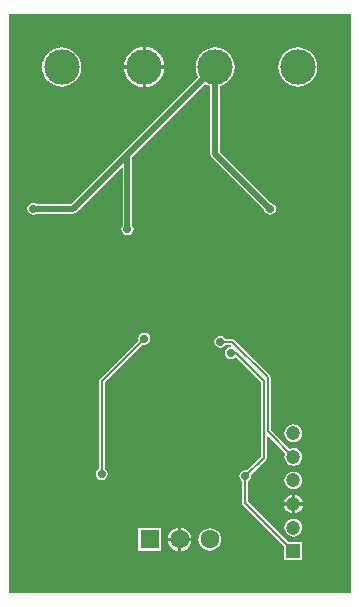
<source format=gbl>
G04*
G04 #@! TF.GenerationSoftware,Altium Limited,Altium Designer,21.9.1 (22)*
G04*
G04 Layer_Physical_Order=2*
G04 Layer_Color=16711680*
%FSLAX25Y25*%
%MOIN*%
G70*
G04*
G04 #@! TF.SameCoordinates,01D30D3D-4D25-4DD3-B430-8D43D7E97BEB*
G04*
G04*
G04 #@! TF.FilePolarity,Positive*
G04*
G01*
G75*
%ADD10C,0.00787*%
%ADD12C,0.01968*%
%ADD45C,0.11811*%
%ADD46C,0.06299*%
%ADD47R,0.06299X0.06299*%
%ADD48C,0.04724*%
%ADD49R,0.04724X0.04724*%
%ADD50C,0.02756*%
G36*
X116103Y2007D02*
X2007D01*
X2007Y194843D01*
X116103D01*
X116103Y2007D01*
D02*
G37*
%LPC*%
G36*
X47835Y183833D02*
Y177756D01*
X53911D01*
X53840Y178477D01*
X53457Y179739D01*
X52836Y180902D01*
X52000Y181921D01*
X50981Y182757D01*
X49818Y183379D01*
X48556Y183761D01*
X47835Y183833D01*
D02*
G37*
G36*
X46654D02*
X45932Y183761D01*
X44670Y183379D01*
X43508Y182757D01*
X42489Y181921D01*
X41652Y180902D01*
X41031Y179739D01*
X40648Y178477D01*
X40577Y177756D01*
X46654D01*
Y183833D01*
D02*
G37*
G36*
X98425Y183693D02*
X97152Y183567D01*
X95927Y183196D01*
X94799Y182593D01*
X93810Y181781D01*
X92998Y180792D01*
X92395Y179663D01*
X92023Y178439D01*
X91898Y177165D01*
X92023Y175892D01*
X92395Y174667D01*
X92998Y173539D01*
X93810Y172550D01*
X94799Y171738D01*
X95927Y171135D01*
X97152Y170763D01*
X98425Y170638D01*
X99699Y170763D01*
X100923Y171135D01*
X102052Y171738D01*
X103041Y172550D01*
X103853Y173539D01*
X104456Y174667D01*
X104827Y175892D01*
X104953Y177165D01*
X104827Y178439D01*
X104456Y179663D01*
X103853Y180792D01*
X103041Y181781D01*
X102052Y182593D01*
X100923Y183196D01*
X99699Y183567D01*
X98425Y183693D01*
D02*
G37*
G36*
X19685D02*
X18412Y183567D01*
X17187Y183196D01*
X16059Y182593D01*
X15069Y181781D01*
X14258Y180792D01*
X13654Y179663D01*
X13283Y178439D01*
X13158Y177165D01*
X13283Y175892D01*
X13654Y174667D01*
X14258Y173539D01*
X15069Y172550D01*
X16059Y171738D01*
X17187Y171135D01*
X18412Y170763D01*
X19685Y170638D01*
X20958Y170763D01*
X22183Y171135D01*
X23312Y171738D01*
X24301Y172550D01*
X25113Y173539D01*
X25716Y174667D01*
X26087Y175892D01*
X26212Y177165D01*
X26087Y178439D01*
X25716Y179663D01*
X25113Y180792D01*
X24301Y181781D01*
X23312Y182593D01*
X22183Y183196D01*
X20958Y183567D01*
X19685Y183693D01*
D02*
G37*
G36*
X46654Y176575D02*
X40577D01*
X40648Y175853D01*
X41031Y174592D01*
X41652Y173429D01*
X42489Y172410D01*
X43508Y171573D01*
X44670Y170952D01*
X45932Y170569D01*
X46654Y170498D01*
Y176575D01*
D02*
G37*
G36*
X53911D02*
X47835D01*
Y170498D01*
X48556Y170569D01*
X49818Y170952D01*
X50981Y171573D01*
X52000Y172410D01*
X52836Y173429D01*
X53457Y174592D01*
X53840Y175853D01*
X53911Y176575D01*
D02*
G37*
G36*
X70866Y183693D02*
X69593Y183567D01*
X68368Y183196D01*
X67240Y182593D01*
X66250Y181781D01*
X65439Y180792D01*
X64836Y179663D01*
X64464Y178439D01*
X64339Y177165D01*
X64464Y175892D01*
X64836Y174667D01*
X65275Y173845D01*
X40517Y149087D01*
X22957Y131527D01*
X11433D01*
X11061Y131775D01*
X10293Y131928D01*
X9525Y131775D01*
X8874Y131341D01*
X8439Y130689D01*
X8286Y129921D01*
X8439Y129153D01*
X8874Y128502D01*
X9525Y128067D01*
X10293Y127914D01*
X11061Y128067D01*
X11433Y128316D01*
X23622D01*
X23622Y128316D01*
X24237Y128438D01*
X24757Y128786D01*
X39585Y143613D01*
X40047Y143422D01*
Y124270D01*
X39798Y123898D01*
X39645Y123130D01*
X39798Y122362D01*
X40233Y121711D01*
X40884Y121276D01*
X41652Y121123D01*
X42420Y121276D01*
X43071Y121711D01*
X43507Y122362D01*
X43659Y123130D01*
X43507Y123898D01*
X43258Y124270D01*
Y147286D01*
X67546Y171574D01*
X68368Y171135D01*
X69261Y170864D01*
Y148209D01*
X69261Y148209D01*
X69383Y147594D01*
X69731Y147073D01*
X87212Y129592D01*
X87299Y129153D01*
X87734Y128502D01*
X88385Y128067D01*
X89153Y127914D01*
X89922Y128067D01*
X90573Y128502D01*
X91008Y129153D01*
X91161Y129921D01*
X91008Y130689D01*
X90573Y131341D01*
X89922Y131775D01*
X89483Y131863D01*
X72472Y148874D01*
Y170864D01*
X73364Y171135D01*
X74493Y171738D01*
X75482Y172550D01*
X76294Y173539D01*
X76897Y174667D01*
X77268Y175892D01*
X77394Y177165D01*
X77268Y178439D01*
X76897Y179663D01*
X76294Y180792D01*
X75482Y181781D01*
X74493Y182593D01*
X73364Y183196D01*
X72140Y183567D01*
X70866Y183693D01*
D02*
G37*
G36*
X47244Y88621D02*
X46476Y88468D01*
X45825Y88033D01*
X45390Y87382D01*
X45237Y86614D01*
X45335Y86124D01*
X32361Y73150D01*
X32144Y72825D01*
X32067Y72441D01*
Y43173D01*
X31652Y42895D01*
X31217Y42244D01*
X31064Y41476D01*
X31217Y40708D01*
X31652Y40057D01*
X32303Y39622D01*
X33071Y39469D01*
X33839Y39622D01*
X34490Y40057D01*
X34925Y40708D01*
X35078Y41476D01*
X34925Y42244D01*
X34490Y42895D01*
X34074Y43173D01*
Y72025D01*
X46754Y84705D01*
X47244Y84607D01*
X48012Y84760D01*
X48663Y85195D01*
X49098Y85846D01*
X49251Y86614D01*
X49098Y87382D01*
X48663Y88033D01*
X48012Y88468D01*
X47244Y88621D01*
D02*
G37*
G36*
X96929Y58096D02*
X96158Y57995D01*
X95440Y57697D01*
X94823Y57224D01*
X94349Y56607D01*
X94052Y55889D01*
X93950Y55118D01*
X94052Y54347D01*
X94349Y53629D01*
X94823Y53012D01*
X95440Y52539D01*
X96158Y52241D01*
X96929Y52140D01*
X97699Y52241D01*
X98418Y52539D01*
X99035Y53012D01*
X99508Y53629D01*
X99805Y54347D01*
X99907Y55118D01*
X99805Y55889D01*
X99508Y56607D01*
X99035Y57224D01*
X98418Y57697D01*
X97699Y57995D01*
X96929Y58096D01*
D02*
G37*
G36*
X72579Y87593D02*
X71811Y87440D01*
X71160Y87005D01*
X70725Y86354D01*
X70572Y85586D01*
X70725Y84818D01*
X71160Y84167D01*
X71811Y83732D01*
X72579Y83579D01*
X73347Y83732D01*
X73998Y84167D01*
X74276Y84582D01*
X76032D01*
X76243Y84313D01*
X76026Y83890D01*
X75998Y83849D01*
X75237Y83698D01*
X74586Y83263D01*
X74151Y82611D01*
X73998Y81843D01*
X74151Y81075D01*
X74586Y80424D01*
X75237Y79989D01*
X76005Y79836D01*
X76774Y79989D01*
X77425Y80424D01*
X77768Y80458D01*
X86004Y72223D01*
Y47325D01*
X81396Y42717D01*
X80905Y42814D01*
X80137Y42662D01*
X79486Y42227D01*
X79051Y41576D01*
X78898Y40808D01*
X79051Y40039D01*
X79486Y39388D01*
X79902Y39110D01*
Y31771D01*
X79978Y31387D01*
X80196Y31062D01*
X93976Y17282D01*
Y12795D01*
X99882D01*
Y18701D01*
X95395D01*
X81909Y32187D01*
Y39110D01*
X82325Y39388D01*
X82760Y40039D01*
X82913Y40808D01*
X82815Y41298D01*
X87717Y46200D01*
X87935Y46525D01*
X88011Y46909D01*
Y54089D01*
X88473Y54281D01*
X94253Y48500D01*
X94052Y48015D01*
X93950Y47244D01*
X94052Y46473D01*
X94349Y45755D01*
X94823Y45138D01*
X95440Y44665D01*
X96158Y44367D01*
X96929Y44266D01*
X97699Y44367D01*
X98418Y44665D01*
X99035Y45138D01*
X99508Y45755D01*
X99805Y46473D01*
X99907Y47244D01*
X99805Y48015D01*
X99508Y48733D01*
X99035Y49350D01*
X98418Y49823D01*
X97699Y50121D01*
X96929Y50222D01*
X96158Y50121D01*
X95672Y49920D01*
X89389Y56203D01*
Y73712D01*
X89313Y74096D01*
X89095Y74421D01*
X77221Y86295D01*
X76895Y86513D01*
X76511Y86589D01*
X74276D01*
X73998Y87005D01*
X73347Y87440D01*
X72579Y87593D01*
D02*
G37*
G36*
X96929Y42348D02*
X96158Y42247D01*
X95440Y41949D01*
X94823Y41476D01*
X94349Y40859D01*
X94052Y40141D01*
X93950Y39370D01*
X94052Y38599D01*
X94349Y37881D01*
X94823Y37264D01*
X95440Y36791D01*
X96158Y36493D01*
X96929Y36392D01*
X97699Y36493D01*
X98418Y36791D01*
X99035Y37264D01*
X99508Y37881D01*
X99805Y38599D01*
X99907Y39370D01*
X99805Y40141D01*
X99508Y40859D01*
X99035Y41476D01*
X98418Y41949D01*
X97699Y42247D01*
X96929Y42348D01*
D02*
G37*
G36*
X97519Y34595D02*
Y32087D01*
X100028D01*
X99997Y32318D01*
X99680Y33084D01*
X99175Y33742D01*
X98517Y34247D01*
X97751Y34565D01*
X97519Y34595D01*
D02*
G37*
G36*
X96338D02*
X96106Y34565D01*
X95340Y34247D01*
X94682Y33742D01*
X94178Y33084D01*
X93860Y32318D01*
X93830Y32087D01*
X96338D01*
Y34595D01*
D02*
G37*
G36*
X100028Y30906D02*
X97519D01*
Y28397D01*
X97751Y28427D01*
X98517Y28745D01*
X99175Y29250D01*
X99680Y29908D01*
X99997Y30674D01*
X100028Y30906D01*
D02*
G37*
G36*
X96338D02*
X93830D01*
X93860Y30674D01*
X94178Y29908D01*
X94682Y29250D01*
X95340Y28745D01*
X96106Y28427D01*
X96338Y28397D01*
Y30906D01*
D02*
G37*
G36*
X96929Y26600D02*
X96158Y26499D01*
X95440Y26201D01*
X94823Y25728D01*
X94349Y25111D01*
X94052Y24393D01*
X93950Y23622D01*
X94052Y22851D01*
X94349Y22133D01*
X94823Y21516D01*
X95440Y21043D01*
X96158Y20745D01*
X96929Y20644D01*
X97699Y20745D01*
X98418Y21043D01*
X99035Y21516D01*
X99508Y22133D01*
X99805Y22851D01*
X99907Y23622D01*
X99805Y24393D01*
X99508Y25111D01*
X99035Y25728D01*
X98418Y26201D01*
X97699Y26499D01*
X96929Y26600D01*
D02*
G37*
G36*
X59646Y23578D02*
Y20276D01*
X62948D01*
X62891Y20713D01*
X62494Y21670D01*
X61863Y22493D01*
X61041Y23124D01*
X60083Y23521D01*
X59646Y23578D01*
D02*
G37*
G36*
X58465D02*
X58027Y23521D01*
X57070Y23124D01*
X56247Y22493D01*
X55616Y21670D01*
X55220Y20713D01*
X55162Y20276D01*
X58465D01*
Y23578D01*
D02*
G37*
G36*
X52795Y23425D02*
X45315D01*
Y15945D01*
X52795D01*
Y23425D01*
D02*
G37*
G36*
X69055Y23458D02*
X68079Y23329D01*
X67169Y22952D01*
X66388Y22353D01*
X65788Y21571D01*
X65411Y20661D01*
X65283Y19685D01*
X65411Y18709D01*
X65788Y17799D01*
X66388Y17018D01*
X67169Y16418D01*
X68079Y16041D01*
X69055Y15913D01*
X70031Y16041D01*
X70941Y16418D01*
X71723Y17018D01*
X72322Y17799D01*
X72699Y18709D01*
X72828Y19685D01*
X72699Y20661D01*
X72322Y21571D01*
X71723Y22353D01*
X70941Y22952D01*
X70031Y23329D01*
X69055Y23458D01*
D02*
G37*
G36*
X62948Y19094D02*
X59646D01*
Y15792D01*
X60083Y15849D01*
X61041Y16246D01*
X61863Y16877D01*
X62494Y17699D01*
X62891Y18657D01*
X62948Y19094D01*
D02*
G37*
G36*
X58465D02*
X55162D01*
X55220Y18657D01*
X55616Y17699D01*
X56247Y16877D01*
X57070Y16246D01*
X58027Y15849D01*
X58465Y15792D01*
Y19094D01*
D02*
G37*
%LPD*%
D10*
X87007Y46909D02*
Y72638D01*
X76005Y81843D02*
X76129Y81720D01*
X77926D01*
X87007Y72638D01*
X88385Y55787D02*
Y73712D01*
X72579Y85586D02*
X76511D01*
X88385Y73712D01*
X80905Y31771D02*
Y40808D01*
X87007Y46909D01*
X80905Y31771D02*
X96929Y15748D01*
X88385Y55787D02*
X96929Y47244D01*
X33071Y41476D02*
Y72441D01*
X47244Y86614D01*
D12*
X70866Y177165D02*
X70866Y177165D01*
X23622Y129921D02*
X41652Y147951D01*
X70866Y148209D02*
Y177165D01*
Y148209D02*
X89153Y129921D01*
X41652Y147951D02*
X70866Y177165D01*
X10293Y129921D02*
X23622D01*
X41652Y123130D02*
Y147951D01*
D45*
X70866Y177165D02*
D03*
X47244D02*
D03*
X98425D02*
D03*
X19685D02*
D03*
D46*
X59055Y19685D02*
D03*
X69055D02*
D03*
D47*
X49055D02*
D03*
D48*
X96929Y55118D02*
D03*
Y47244D02*
D03*
Y39370D02*
D03*
Y31496D02*
D03*
Y23622D02*
D03*
D49*
Y15748D02*
D03*
D50*
X43307Y110236D02*
D03*
X67913Y109055D02*
D03*
X27579Y156988D02*
D03*
X72579Y85586D02*
D03*
X76005Y81843D02*
D03*
X80905Y40808D02*
D03*
X110236Y120768D02*
D03*
X31652D02*
D03*
X90551Y156988D02*
D03*
X33071Y41476D02*
D03*
X47244Y86614D02*
D03*
X68619Y36535D02*
D03*
X37440Y52140D02*
D03*
X55118Y55118D02*
D03*
X66929D02*
D03*
X70031Y62008D02*
D03*
X48228Y69882D02*
D03*
X55118Y62992D02*
D03*
X47815Y50197D02*
D03*
X67913Y48228D02*
D03*
X69882Y67913D02*
D03*
X56102Y69684D02*
D03*
X57183Y82227D02*
D03*
X19705Y31496D02*
D03*
X82108Y71539D02*
D03*
X89153Y129921D02*
D03*
X10293D02*
D03*
X49499Y145669D02*
D03*
X59055D02*
D03*
X41652Y123130D02*
D03*
X68110Y130689D02*
D03*
M02*

</source>
